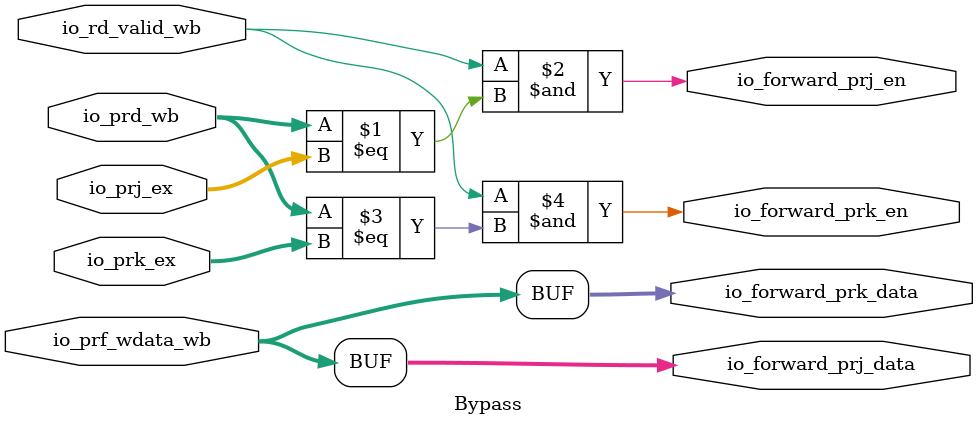
<source format=sv>
module Bypass(
  input  [6:0]  io_prd_wb,
                io_prj_ex,
                io_prk_ex,
  input  [31:0] io_prf_wdata_wb,
  input         io_rd_valid_wb,
  output        io_forward_prj_en,
                io_forward_prk_en,
  output [31:0] io_forward_prj_data,
                io_forward_prk_data
);

  assign io_forward_prj_en = io_rd_valid_wb & io_prd_wb == io_prj_ex;
  assign io_forward_prk_en = io_rd_valid_wb & io_prd_wb == io_prk_ex;
  assign io_forward_prj_data = io_prf_wdata_wb;
  assign io_forward_prk_data = io_prf_wdata_wb;
endmodule


</source>
